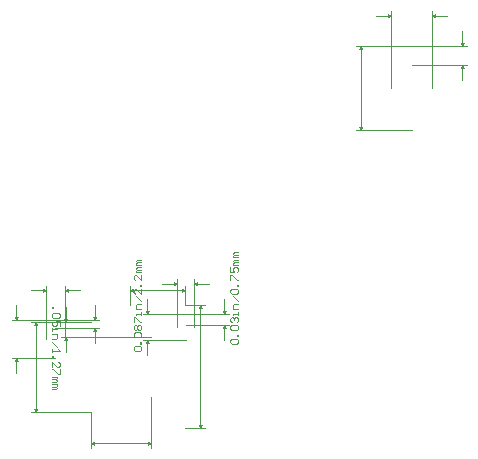
<source format=gbr>
%TF.GenerationSoftware,Altium Limited,Altium Designer,21.6.4 (81)*%
G04 Layer_Color=32768*
%FSLAX26Y26*%
%MOIN*%
%TF.SameCoordinates,D1CDB01D-C4A6-469F-8C54-8347A019B806*%
%TF.FilePolarity,Positive*%
%TF.FileFunction,Other,Mechanical_7*%
%TF.Part,Single*%
G01*
G75*
%TA.AperFunction,NonConductor*%
%ADD48C,0.001000*%
D48*
X670283Y883465D02*
Y893465D01*
X660283Y888465D02*
X670283Y883465D01*
X660283Y888465D02*
X670283Y893465D01*
X835283Y883465D02*
Y893465D01*
Y883465D02*
X845283Y888465D01*
X835283Y893465D02*
X845283Y888465D01*
X660283D02*
X845283D01*
X660283Y838465D02*
Y903465D01*
X845283Y838465D02*
Y903465D01*
X890283Y438464D02*
X900283D01*
X890283D02*
X895283Y428464D01*
X900283Y438464D01*
X890283Y828465D02*
X900283D01*
X890283D02*
X895283Y838465D01*
X900283Y828465D01*
X895283Y428464D02*
Y838465D01*
X845283Y428464D02*
X910283D01*
X845283Y838465D02*
X910283D01*
X542283Y373464D02*
Y383464D01*
X532283Y378464D02*
X542283Y373464D01*
X532283Y378464D02*
X542283Y383464D01*
X722283Y373464D02*
Y383464D01*
Y373464D02*
X732283Y378464D01*
X722283Y383464D02*
X732283Y378464D01*
X532283D02*
X732283D01*
X532283Y363464D02*
Y483464D01*
X732283Y363464D02*
Y533465D01*
X441283Y723465D02*
X451283D01*
X441283D02*
X446283Y733465D01*
X451283Y723465D01*
X441283Y793465D02*
X451283D01*
X441283D02*
X446283Y783465D01*
X451283Y793465D01*
X446283Y683465D02*
Y733465D01*
Y783465D02*
Y833465D01*
X431283Y733465D02*
X732283D01*
X431283Y783465D02*
X532283D01*
X341283Y493464D02*
X351283D01*
X341283D02*
X346283Y483464D01*
X351283Y493464D01*
X341283Y773465D02*
X351283D01*
X341283D02*
X346283Y783465D01*
X351283Y773465D01*
X346283Y483464D02*
Y783465D01*
X331283Y483464D02*
X532283D01*
X331283Y783465D02*
X532283D01*
X970000Y821024D02*
X980000D01*
X975000Y811024D02*
X980000Y821024D01*
X970000D02*
X975000Y811024D01*
X970000Y763622D02*
X980000D01*
X975000Y773622D02*
X980000Y763622D01*
X970000D02*
X975000Y773622D01*
Y811024D02*
Y861024D01*
Y723622D02*
Y773622D01*
X846457Y811024D02*
X990000D01*
X846457Y773622D02*
X990000D01*
X712913Y821024D02*
X722913D01*
X717913Y811024D02*
X722913Y821024D01*
X712913D02*
X717913Y811024D01*
X712913Y714409D02*
X722913D01*
X717913Y724409D02*
X722913Y714409D01*
X712913D02*
X717913Y724409D01*
Y811024D02*
Y861024D01*
Y674409D02*
Y724409D01*
X702913Y811024D02*
X846457D01*
X702913Y724409D02*
X846457D01*
X885000Y906024D02*
Y916024D01*
X875000Y911024D02*
X885000Y916024D01*
X875000Y911024D02*
X885000Y906024D01*
X807913D02*
Y916024D01*
X817913Y911024D01*
X807913Y906024D02*
X817913Y911024D01*
X875000D02*
X925000D01*
X767913D02*
X817913D01*
X875000Y767716D02*
Y926024D01*
X817913Y767716D02*
Y926024D01*
X1763409Y1714476D02*
X1773409D01*
X1768409Y1704476D02*
X1773409Y1714476D01*
X1763409D02*
X1768409Y1704476D01*
X1763409Y1631476D02*
X1773409D01*
X1768409Y1641476D02*
X1773409Y1631476D01*
X1763409D02*
X1768409Y1641476D01*
Y1704476D02*
Y1754476D01*
Y1591476D02*
Y1641476D01*
X1599409Y1704476D02*
X1783409D01*
X1599409Y1641476D02*
X1783409D01*
X1425409Y1694476D02*
X1435409D01*
X1430409Y1704476D02*
X1435409Y1694476D01*
X1425409D02*
X1430409Y1704476D01*
X1425409Y1433476D02*
X1435409D01*
X1430409Y1423476D02*
X1435409Y1433476D01*
X1425409D02*
X1430409Y1423476D01*
Y1704476D01*
X1415409D02*
X1599409D01*
X1415409Y1423476D02*
X1599409D01*
X1678409Y1799476D02*
Y1809476D01*
X1668409Y1804476D02*
X1678409Y1809476D01*
X1668409Y1804476D02*
X1678409Y1799476D01*
X1520409D02*
Y1809476D01*
X1530409Y1804476D01*
X1520409Y1799476D02*
X1530409Y1804476D01*
X1668409D02*
X1718409D01*
X1480409D02*
X1530409D01*
X1668409Y1563976D02*
Y1819476D01*
X1530409Y1563976D02*
Y1819476D01*
X380901Y725394D02*
Y903394D01*
X443901Y725394D02*
Y903394D01*
X330901Y888394D02*
X380901D01*
X443901D02*
X493901D01*
X370901Y883394D02*
X380901Y888394D01*
X370901Y893394D02*
X380901Y888394D01*
X370901Y883394D02*
Y893394D01*
X443901Y888394D02*
X453901Y883394D01*
X443901Y888394D02*
X453901Y893394D01*
Y883394D02*
Y893394D01*
X265901Y662394D02*
X412401D01*
X265901Y788394D02*
X412401D01*
X280901Y612394D02*
Y662394D01*
Y788394D02*
Y838394D01*
X275901Y652394D02*
X280901Y662394D01*
X285901Y652394D01*
X275901D02*
X285901D01*
X275901Y798394D02*
X280901Y788394D01*
X285901Y798394D01*
X275901D02*
X285901D01*
X412401Y764394D02*
X558902D01*
X412401Y788394D02*
X558902D01*
X543902Y714394D02*
Y764394D01*
Y788394D02*
Y838394D01*
X538902Y754394D02*
X543902Y764394D01*
X548902Y754394D01*
X538902D02*
X548902D01*
X538902Y798394D02*
X543902Y788394D01*
X548902Y798394D01*
X538902D02*
X548902D01*
X401283Y833465D02*
X405449D01*
Y829299D01*
X401283D01*
Y833465D01*
X422110Y812638D02*
X426275Y808473D01*
Y800142D01*
X422110Y795977D01*
X405449D01*
X401283Y800142D01*
Y808473D01*
X405449Y812638D01*
X422110D01*
X426275Y770985D02*
Y787646D01*
X413779D01*
X417945Y779315D01*
Y775150D01*
X413779Y770985D01*
X405449D01*
X401283Y775150D01*
Y783481D01*
X405449Y787646D01*
X401283Y762654D02*
Y754323D01*
Y758489D01*
X417945D01*
Y762654D01*
X401283Y741827D02*
X417945D01*
Y729332D01*
X413779Y725166D01*
X401283D01*
Y716836D02*
X417945Y700174D01*
X401283Y691844D02*
Y683513D01*
Y687678D01*
X426275D01*
X422110Y691844D01*
X401283Y671017D02*
X405449D01*
Y666852D01*
X401283D01*
Y671017D01*
Y633529D02*
Y650191D01*
X417945Y633529D01*
X422110D01*
X426275Y637694D01*
Y646025D01*
X422110Y650191D01*
X426275Y625199D02*
Y608537D01*
X422110D01*
X405449Y625199D01*
X401283D01*
Y600207D02*
X417945D01*
Y596041D01*
X413779Y591876D01*
X401283D01*
X413779D01*
X417945Y587711D01*
X413779Y583545D01*
X401283D01*
Y575215D02*
X417945D01*
Y571049D01*
X413779Y566884D01*
X401283D01*
X413779D01*
X417945Y562719D01*
X413779Y558553D01*
X401283D01*
X999173Y711073D02*
X995008Y715238D01*
Y723569D01*
X999173Y727734D01*
X1015835D01*
X1020000Y723569D01*
Y715238D01*
X1015835Y711073D01*
X999173D01*
X1020000Y736065D02*
X1015835D01*
Y740230D01*
X1020000D01*
Y736065D01*
X999173Y756891D02*
X995008Y761057D01*
Y769387D01*
X999173Y773553D01*
X1015835D01*
X1020000Y769387D01*
Y761057D01*
X1015835Y756891D01*
X999173D01*
Y781883D02*
X995008Y786048D01*
Y794379D01*
X999173Y798544D01*
X1003339D01*
X1007504Y794379D01*
Y790214D01*
Y794379D01*
X1011669Y798544D01*
X1015835D01*
X1020000Y794379D01*
Y786048D01*
X1015835Y781883D01*
X1020000Y806875D02*
Y815206D01*
Y811040D01*
X1003339D01*
Y806875D01*
X1020000Y827702D02*
X1003339D01*
Y840198D01*
X1007504Y844363D01*
X1020000D01*
Y852694D02*
X1003339Y869355D01*
X999173Y877686D02*
X995008Y881851D01*
Y890182D01*
X999173Y894347D01*
X1015835D01*
X1020000Y890182D01*
Y881851D01*
X1015835Y877686D01*
X999173D01*
X1020000Y902677D02*
X1015835D01*
Y906843D01*
X1020000D01*
Y902677D01*
X995008Y923504D02*
Y940165D01*
X999173D01*
X1015835Y923504D01*
X1020000D01*
X995008Y965157D02*
Y948496D01*
X1007504D01*
X1003339Y956827D01*
Y960992D01*
X1007504Y965157D01*
X1015835D01*
X1020000Y960992D01*
Y952661D01*
X1015835Y948496D01*
X1020000Y973488D02*
X1003339D01*
Y977653D01*
X1007504Y981818D01*
X1020000D01*
X1007504D01*
X1003339Y985984D01*
X1007504Y990149D01*
X1020000D01*
Y998480D02*
X1003339D01*
Y1002645D01*
X1007504Y1006810D01*
X1020000D01*
X1007504D01*
X1003339Y1010976D01*
X1007504Y1015141D01*
X1020000D01*
X677087Y686466D02*
X672922Y690632D01*
Y698962D01*
X677087Y703128D01*
X693748D01*
X697913Y698962D01*
Y690632D01*
X693748Y686466D01*
X677087D01*
X697913Y711458D02*
X693748D01*
Y715624D01*
X697913D01*
Y711458D01*
X677087Y732285D02*
X672922Y736450D01*
Y744781D01*
X677087Y748946D01*
X693748D01*
X697913Y744781D01*
Y736450D01*
X693748Y732285D01*
X677087D01*
Y757277D02*
X672922Y761442D01*
Y769773D01*
X677087Y773938D01*
X681252D01*
X685418Y769773D01*
X689583Y773938D01*
X693748D01*
X697913Y769773D01*
Y761442D01*
X693748Y757277D01*
X689583D01*
X685418Y761442D01*
X681252Y757277D01*
X677087D01*
X685418Y761442D02*
Y769773D01*
X672922Y782269D02*
Y798930D01*
X677087D01*
X693748Y782269D01*
X697913D01*
Y807261D02*
Y815591D01*
Y811426D01*
X681252D01*
Y807261D01*
X697913Y828087D02*
X681252D01*
Y840583D01*
X685418Y844749D01*
X697913D01*
Y853079D02*
X681252Y869740D01*
X697913Y894732D02*
Y878071D01*
X681252Y894732D01*
X677087D01*
X672922Y890567D01*
Y882236D01*
X677087Y878071D01*
X697913Y903063D02*
X693748D01*
Y907228D01*
X697913D01*
Y903063D01*
Y940551D02*
Y923890D01*
X681252Y940551D01*
X677087D01*
X672922Y936386D01*
Y928055D01*
X677087Y923890D01*
X697913Y948881D02*
X681252D01*
Y953047D01*
X685418Y957212D01*
X697913D01*
X685418D01*
X681252Y961378D01*
X685418Y965543D01*
X697913D01*
Y973873D02*
X681252D01*
Y978039D01*
X685418Y982204D01*
X697913D01*
X685418D01*
X681252Y986369D01*
X685418Y990535D01*
X697913D01*
%TF.MD5,57c6e0fbce89a4fbc05701c0c2c0fbe6*%
M02*

</source>
